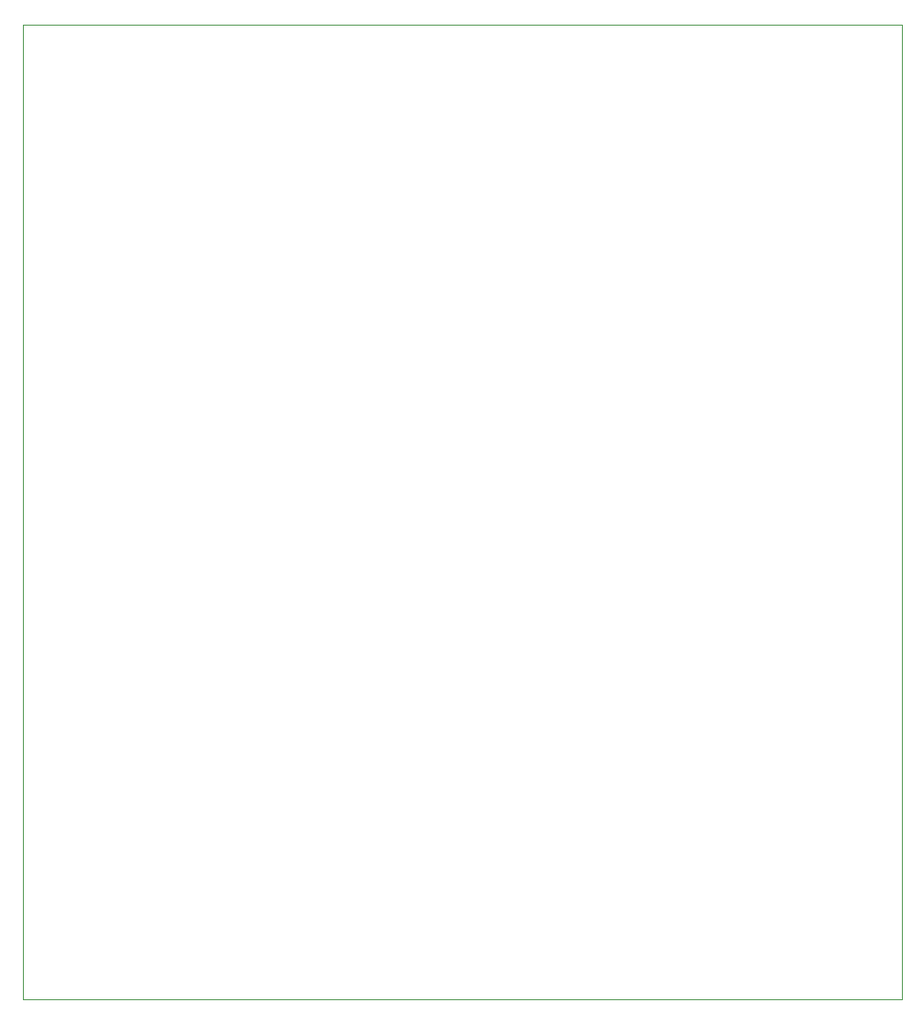
<source format=gm1>
G04 #@! TF.GenerationSoftware,KiCad,Pcbnew,(5.1.5)-3*
G04 #@! TF.CreationDate,2020-04-08T17:46:41-04:00*
G04 #@! TF.ProjectId,ControlBoard,436f6e74-726f-46c4-926f-6172642e6b69,rev?*
G04 #@! TF.SameCoordinates,Original*
G04 #@! TF.FileFunction,Profile,NP*
%FSLAX46Y46*%
G04 Gerber Fmt 4.6, Leading zero omitted, Abs format (unit mm)*
G04 Created by KiCad (PCBNEW (5.1.5)-3) date 2020-04-08 17:46:41*
%MOMM*%
%LPD*%
G04 APERTURE LIST*
%ADD10C,0.100000*%
G04 APERTURE END LIST*
D10*
X223520000Y-144272000D02*
X139192000Y-144272000D01*
X139192000Y-144272000D02*
X139192000Y-50800000D01*
X139192000Y-50800000D02*
X223520000Y-50800000D01*
X223520000Y-50800000D02*
X223520000Y-144272000D01*
M02*

</source>
